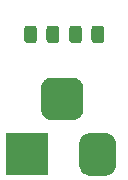
<source format=gbr>
%TF.GenerationSoftware,KiCad,Pcbnew,(5.1.6-0-10_14)*%
%TF.CreationDate,2020-05-30T19:25:13-03:00*%
%TF.ProjectId,kicad_template,6b696361-645f-4746-956d-706c6174652e,1*%
%TF.SameCoordinates,Original*%
%TF.FileFunction,Soldermask,Top*%
%TF.FilePolarity,Negative*%
%FSLAX46Y46*%
G04 Gerber Fmt 4.6, Leading zero omitted, Abs format (unit mm)*
G04 Created by KiCad (PCBNEW (5.1.6-0-10_14)) date 2020-05-30 19:25:13*
%MOMM*%
%LPD*%
G01*
G04 APERTURE LIST*
%ADD10R,3.600000X3.600000*%
G04 APERTURE END LIST*
%TO.C,J1*%
G36*
G01*
X161010000Y-103620000D02*
X161010000Y-105420000D01*
G75*
G02*
X160110000Y-106320000I-900000J0D01*
G01*
X158310000Y-106320000D01*
G75*
G02*
X157410000Y-105420000I0J900000D01*
G01*
X157410000Y-103620000D01*
G75*
G02*
X158310000Y-102720000I900000J0D01*
G01*
X160110000Y-102720000D01*
G75*
G02*
X161010000Y-103620000I0J-900000D01*
G01*
G37*
G36*
G01*
X163760000Y-108195000D02*
X163760000Y-110245000D01*
G75*
G02*
X162985000Y-111020000I-775000J0D01*
G01*
X161435000Y-111020000D01*
G75*
G02*
X160660000Y-110245000I0J775000D01*
G01*
X160660000Y-108195000D01*
G75*
G02*
X161435000Y-107420000I775000J0D01*
G01*
X162985000Y-107420000D01*
G75*
G02*
X163760000Y-108195000I0J-775000D01*
G01*
G37*
D10*
X156210000Y-109220000D03*
%TD*%
%TO.C,L1*%
G36*
G01*
X157880000Y-99541250D02*
X157880000Y-98578750D01*
G75*
G02*
X158148750Y-98310000I268750J0D01*
G01*
X158686250Y-98310000D01*
G75*
G02*
X158955000Y-98578750I0J-268750D01*
G01*
X158955000Y-99541250D01*
G75*
G02*
X158686250Y-99810000I-268750J0D01*
G01*
X158148750Y-99810000D01*
G75*
G02*
X157880000Y-99541250I0J268750D01*
G01*
G37*
G36*
G01*
X156005000Y-99541250D02*
X156005000Y-98578750D01*
G75*
G02*
X156273750Y-98310000I268750J0D01*
G01*
X156811250Y-98310000D01*
G75*
G02*
X157080000Y-98578750I0J-268750D01*
G01*
X157080000Y-99541250D01*
G75*
G02*
X156811250Y-99810000I-268750J0D01*
G01*
X156273750Y-99810000D01*
G75*
G02*
X156005000Y-99541250I0J268750D01*
G01*
G37*
%TD*%
%TO.C,R1*%
G36*
G01*
X161690000Y-99541250D02*
X161690000Y-98578750D01*
G75*
G02*
X161958750Y-98310000I268750J0D01*
G01*
X162496250Y-98310000D01*
G75*
G02*
X162765000Y-98578750I0J-268750D01*
G01*
X162765000Y-99541250D01*
G75*
G02*
X162496250Y-99810000I-268750J0D01*
G01*
X161958750Y-99810000D01*
G75*
G02*
X161690000Y-99541250I0J268750D01*
G01*
G37*
G36*
G01*
X159815000Y-99541250D02*
X159815000Y-98578750D01*
G75*
G02*
X160083750Y-98310000I268750J0D01*
G01*
X160621250Y-98310000D01*
G75*
G02*
X160890000Y-98578750I0J-268750D01*
G01*
X160890000Y-99541250D01*
G75*
G02*
X160621250Y-99810000I-268750J0D01*
G01*
X160083750Y-99810000D01*
G75*
G02*
X159815000Y-99541250I0J268750D01*
G01*
G37*
%TD*%
M02*

</source>
